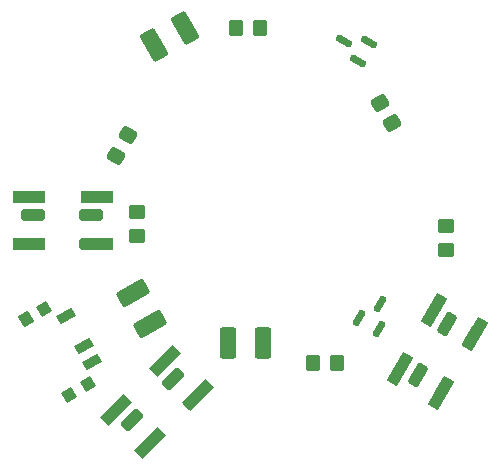
<source format=gbr>
%TF.GenerationSoftware,KiCad,Pcbnew,(6.0.5-0)*%
%TF.CreationDate,2022-06-08T15:29:45+08:00*%
%TF.ProjectId,dtl,64746c2e-6b69-4636-9164-5f7063625858,rev?*%
%TF.SameCoordinates,Original*%
%TF.FileFunction,Paste,Top*%
%TF.FilePolarity,Positive*%
%FSLAX46Y46*%
G04 Gerber Fmt 4.6, Leading zero omitted, Abs format (unit mm)*
G04 Created by KiCad (PCBNEW (6.0.5-0)) date 2022-06-08 15:29:45*
%MOMM*%
%LPD*%
G01*
G04 APERTURE LIST*
G04 Aperture macros list*
%AMRoundRect*
0 Rectangle with rounded corners*
0 $1 Rounding radius*
0 $2 $3 $4 $5 $6 $7 $8 $9 X,Y pos of 4 corners*
0 Add a 4 corners polygon primitive as box body*
4,1,4,$2,$3,$4,$5,$6,$7,$8,$9,$2,$3,0*
0 Add four circle primitives for the rounded corners*
1,1,$1+$1,$2,$3*
1,1,$1+$1,$4,$5*
1,1,$1+$1,$6,$7*
1,1,$1+$1,$8,$9*
0 Add four rect primitives between the rounded corners*
20,1,$1+$1,$2,$3,$4,$5,0*
20,1,$1+$1,$4,$5,$6,$7,0*
20,1,$1+$1,$6,$7,$8,$9,0*
20,1,$1+$1,$8,$9,$2,$3,0*%
%AMRotRect*
0 Rectangle, with rotation*
0 The origin of the aperture is its center*
0 $1 length*
0 $2 width*
0 $3 Rotation angle, in degrees counterclockwise*
0 Add horizontal line*
21,1,$1,$2,0,0,$3*%
G04 Aperture macros list end*
%ADD10RoundRect,0.250000X-0.350000X-0.450000X0.350000X-0.450000X0.350000X0.450000X-0.350000X0.450000X0*%
%ADD11RoundRect,0.250000X-0.450000X0.350000X-0.450000X-0.350000X0.450000X-0.350000X0.450000X0.350000X0*%
%ADD12RoundRect,0.250000X-0.591506X-0.524519X-0.158494X-0.774519X0.591506X0.524519X0.158494X0.774519X0*%
%ADD13R,2.800000X1.000000*%
%ADD14RotRect,0.800000X1.500000X300.000000*%
%ADD15RotRect,1.000000X1.000000X300.000000*%
%ADD16RotRect,1.100000X1.000000X300.000000*%
%ADD17RoundRect,0.150000X-0.163846X-0.583790X0.423654X0.433790X0.163846X0.583790X-0.423654X-0.433790X0*%
%ADD18RoundRect,0.250000X-0.214711X0.528109X-0.564711X-0.078109X0.214711X-0.528109X0.564711X0.078109X0*%
%ADD19RoundRect,0.250001X0.462499X1.074999X-0.462499X1.074999X-0.462499X-1.074999X0.462499X-1.074999X0*%
%ADD20RoundRect,0.250000X0.564711X-0.078109X0.214711X0.528109X-0.564711X0.078109X-0.214711X-0.528109X0*%
%ADD21RoundRect,0.250000X0.350000X0.450000X-0.350000X0.450000X-0.350000X-0.450000X0.350000X-0.450000X0*%
%ADD22RotRect,2.800000X1.000000X240.000000*%
%ADD23RoundRect,0.250001X0.136964X-1.162226X0.938035X-0.699727X-0.136964X1.162226X-0.938035X0.699727X0*%
%ADD24RotRect,2.800000X1.000000X225.000000*%
%ADD25RoundRect,0.150000X0.583790X-0.163846X-0.433790X0.423654X-0.583790X0.163846X0.433790X-0.423654X0*%
%ADD26RoundRect,0.250001X1.162226X0.136964X0.699727X0.938035X-1.162226X-0.136964X-0.699727X-0.938035X0*%
%ADD27RoundRect,0.250000X-0.707107X-0.353553X-0.353553X-0.707107X0.707107X0.353553X0.353553X0.707107X0*%
%ADD28RoundRect,0.250000X0.450000X-0.350000X0.450000X0.350000X-0.450000X0.350000X-0.450000X-0.350000X0*%
%ADD29RoundRect,0.250000X-0.750000X0.250000X-0.750000X-0.250000X0.750000X-0.250000X0.750000X0.250000X0*%
G04 APERTURE END LIST*
D10*
%TO.C,R3*%
X81391000Y-71943127D03*
X83391000Y-71943127D03*
%TD*%
D11*
%TO.C,R17*%
X92630000Y-60374927D03*
X92630000Y-62374927D03*
%TD*%
D12*
%TO.C,SW5*%
X94835000Y-69863174D03*
X92360000Y-74150000D03*
X92731539Y-68706475D03*
X90281539Y-72950000D03*
%TD*%
D13*
%TO.C,SW16*%
X63100000Y-61900000D03*
X57300000Y-61900000D03*
X63100000Y-57900000D03*
X57300000Y-57900000D03*
%TD*%
D14*
%TO.C,SW1*%
X60457287Y-67978370D03*
X61957287Y-70576446D03*
X62707287Y-71875484D03*
D15*
X58606454Y-67372633D03*
X62306454Y-73781221D03*
D16*
X57047608Y-68272633D03*
D15*
X60747608Y-74681221D03*
%TD*%
D17*
%TO.C,Q3*%
X85308526Y-68136899D03*
X86953974Y-69086899D03*
X87068750Y-66988101D03*
%TD*%
D18*
%TO.C,R6*%
X65700000Y-52683975D03*
X64700000Y-54416025D03*
%TD*%
D19*
%TO.C,D7*%
X77187500Y-70300000D03*
X74212500Y-70300000D03*
%TD*%
D20*
%TO.C,R15*%
X88050000Y-51676977D03*
X87050000Y-49944927D03*
%TD*%
D21*
%TO.C,R9*%
X76890000Y-43594927D03*
X74890000Y-43594927D03*
%TD*%
D22*
%TO.C,SW18*%
X95082051Y-69488526D03*
X92182051Y-74511474D03*
X91617949Y-67488526D03*
X88717949Y-72511474D03*
%TD*%
D23*
%TO.C,D4*%
X67963574Y-45082427D03*
X70540000Y-43594927D03*
%TD*%
D24*
%TO.C,SW17*%
X71664823Y-74663604D03*
X67563604Y-78764823D03*
X68836396Y-71835177D03*
X64735177Y-75936396D03*
%TD*%
D25*
%TO.C,Q6*%
X85196899Y-46441474D03*
X86146899Y-44796026D03*
X84048101Y-44681250D03*
%TD*%
D26*
%TO.C,D5*%
X67593750Y-68638213D03*
X66106250Y-66061787D03*
%TD*%
D27*
%TO.C,SW8*%
X71297235Y-74996878D03*
X67797056Y-78497056D03*
X69564823Y-73335177D03*
X66100000Y-76800000D03*
%TD*%
D28*
%TO.C,R11*%
X66450000Y-61200000D03*
X66450000Y-59200000D03*
%TD*%
D29*
%TO.C,SW7*%
X62625000Y-61875000D03*
X57675000Y-61875000D03*
X62575000Y-59475000D03*
X57675000Y-59475000D03*
%TD*%
M02*

</source>
